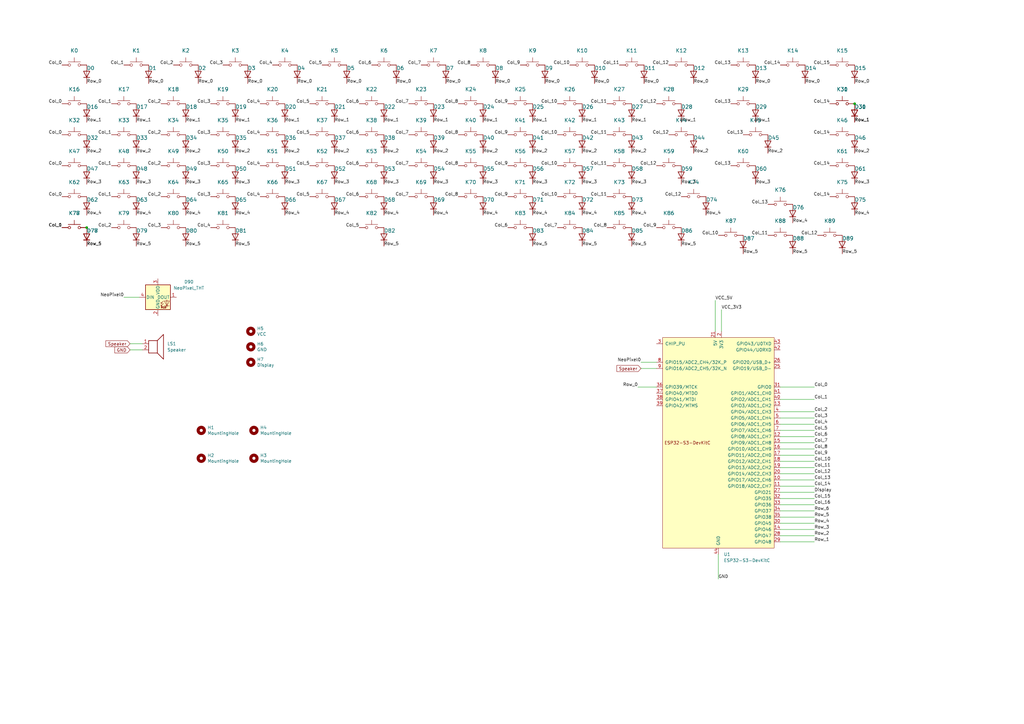
<source format=kicad_sch>
(kicad_sch (version 20231120) (generator "eeschema") (generator_version "8.0")
  (paper "A3")
  (title_block (title "KeebUno") (date "2024-09-21") (rev "0") (company "PsychoDuck") (comment 1 "Author: Gabiii"))
  (junction (at 350.52 42.545))
  (junction (at 35.56 93.345))
  (wire (pts (xy 295.91 127) (xy 295.91 135.89)))
  (wire (pts (xy 320.04 186.69) (xy 334.01 186.69)))
  (wire (pts (xy 320.04 222.25) (xy 334.01 222.25)))
  (wire (pts (xy 320.04 194.31) (xy 334.01 194.31)))
  (wire (pts (xy 320.04 199.39) (xy 334.01 199.39)))
  (wire (pts (xy 320.04 171.45) (xy 334.01 171.45)))
  (wire (pts (xy 261.62 158.75) (xy 269.24 158.75)))
  (wire (pts (xy 320.04 158.75) (xy 334.01 158.75)))
  (wire (pts (xy 320.04 184.15) (xy 334.01 184.15)))
  (wire (pts (xy 320.04 181.61) (xy 334.01 181.61)))
  (wire (pts (xy 320.04 219.71) (xy 334.01 219.71)))
  (wire (pts (xy 320.04 209.55) (xy 334.01 209.55)))
  (wire (pts (xy 320.04 179.07) (xy 334.01 179.07)))
  (wire (pts (xy 320.04 212.09) (xy 334.01 212.09)))
  (wire (pts (xy 53.34 140.97) (xy 58.42 140.97)))
  (wire (pts (xy 294.64 227.33) (xy 294.64 237.49)))
  (wire (pts (xy 320.04 214.63) (xy 334.01 214.63)))
  (wire (pts (xy 334.01 207.01) (xy 320.04 207.01)))
  (wire (pts (xy 320.04 196.85) (xy 334.01 196.85)))
  (wire (pts (xy 262.89 148.59) (xy 269.24 148.59)))
  (wire (pts (xy 320.04 173.99) (xy 334.01 173.99)))
  (wire (pts (xy 320.04 217.17) (xy 334.01 217.17)))
  (wire (pts (xy 320.04 176.53) (xy 334.01 176.53)))
  (wire (pts (xy 320.04 204.47) (xy 334.01 204.47)))
  (wire (pts (xy 320.04 201.93) (xy 334.01 201.93)))
  (wire (pts (xy 293.37 123.19) (xy 293.37 135.89)))
  (wire (pts (xy 320.04 191.77) (xy 334.01 191.77)))
  (wire (pts (xy 320.04 189.23) (xy 334.01 189.23)))
  (wire (pts (xy 320.04 163.83) (xy 334.01 163.83)))
  (wire (pts (xy 262.89 151.13) (xy 269.24 151.13)))
  (wire (pts (xy 50.8 121.92) (xy 57.15 121.92)))
  (wire (pts (xy 320.04 168.91) (xy 334.01 168.91)))
  (wire (pts (xy 53.34 143.51) (xy 58.42 143.51)))
  (label "Row_3" (at 218.44 75.565 0))
  (label "Col_11" (at 248.92 80.645 180))
  (label "Row_3" (at 116.84 75.565 0))
  (label "Col_6" (at 147.32 80.645 180))
  (label "Row_3" (at 198.12 75.565 0))
  (label "Row_6" (at 334.01 209.55 0))
  (label "Col_10" (at 334.01 189.23 0))
  (label "Display" (at 334.01 201.93 0))
  (label "Row_3" (at 177.8 75.565 0))
  (label "Col_0" (at 25.4 55.245 180))
  (label "Col_8" (at 187.96 55.245 180))
  (label "Col_12" (at 279.4 80.645 180))
  (label "Col_3" (at 334.01 171.45 0))
  (label "Col_0" (at 334.01 158.75 0))
  (label "Row_2" (at 116.84 62.865 0))
  (label "Row_5" (at 259.08 100.965 0))
  (label "Col_3" (at 86.36 67.945 180))
  (label "Row_1" (at 218.44 50.165 0))
  (label "Row_1" (at 55.88 50.165 0))
  (label "Col_11" (at 334.01 191.77 0))
  (label "Row_5" (at 238.76 100.965 0))
  (label "Row_4" (at 218.44 88.265 0))
  (label "Col_7" (at 167.64 42.545 180))
  (label "Row_4" (at 157.48 88.265 0))
  (label "Col_16" (at 334.01 207.01 0))
  (label "Row_1" (at 350.52 50.165 0))
  (label "Col_5" (at 334.01 176.53 0))
  (label "Col_14" (at 340.36 67.945 180))
  (label "Col_14" (at 340.36 55.245 180))
  (label "Col_1" (at 50.8 26.67 180))
  (label "Col_1" (at 45.72 55.245 180))
  (label "Row_5" (at 325.12 104.14 0))
  (label "Row_4" (at 198.12 88.265 0))
  (label "Col_5" (at 132.08 26.67 180))
  (label "Row_3" (at 157.48 75.565 0))
  (label "Col_13" (at 334.01 196.85 0))
  (label "Col_13" (at 299.72 67.945 180))
  (label "Row_2" (at 55.88 62.865 0))
  (label "Row_0" (at 350.52 34.29 0))
  (label "Row_0" (at 81.28 34.29 0))
  (label "Col_10" (at 228.6 80.645 180))
  (label "Row_0" (at 330.2 34.29 0))
  (label "Col_14" (at 334.01 199.39 0))
  (label "Row_1" (at 35.56 50.165 0))
  (label "Row_3" (at 350.52 75.565 0))
  (label "Col_4" (at 106.68 55.245 180))
  (label "Row_4" (at 116.84 88.265 0))
  (label "Col_9" (at 208.28 80.645 180))
  (label "Col_5" (at 147.32 93.345 180))
  (label "Row_0" (at 121.92 34.29 0))
  (label "Row_5" (at 96.52 100.965 0))
  (label "Row_4" (at 259.08 88.265 0))
  (label "Col_4" (at 334.01 173.99 0))
  (label "Row_4" (at 35.56 88.265 0))
  (label "Col_14" (at 340.36 80.645 180))
  (label "Row_0" (at 243.84 34.29 0))
  (label "Col_10" (at 228.6 42.545 180))
  (label "Col_13" (at 299.72 26.67 180))
  (label "Col_11" (at 248.92 67.945 180))
  (label "Col_2" (at 66.04 67.945 180))
  (label "Col_13" (at 314.96 83.82 180))
  (label "GND" (at 294.64 237.49 0))
  (label "Row_2" (at 238.76 62.865 0))
  (label "Col_4" (at 106.68 42.545 180))
  (label "Col_7" (at 172.72 26.67 180))
  (label "Col_7" (at 167.64 55.245 180))
  (label "Row_2" (at 35.56 62.865 0))
  (label "Row_0" (at 162.56 34.29 0))
  (label "Row_1" (at 177.8 50.165 0))
  (label "Row_1" (at 279.4 50.165 0))
  (label "Col_10" (at 228.6 55.245 180))
  (label "Row_2" (at 259.08 62.865 0))
  (label "Col_6" (at 147.32 55.245 180))
  (label "Row_5" (at 334.01 212.09 0))
  (label "Row_3" (at 334.01 217.17 0))
  (label "Col_12" (at 335.28 96.52 180))
  (label "Row_1" (at 76.2 50.165 0))
  (label "Row_2" (at 350.52 62.865 0))
  (label "Row_0" (at 101.6 34.29 0))
  (label "Row_5" (at 304.8 104.14 0))
  (label "Row_3" (at 96.52 75.565 0))
  (label "Row_3" (at 35.56 75.565 0))
  (label "Col_5" (at 127 55.245 180))
  (label "Row_4" (at 350.52 88.265 0))
  (label "Col_8" (at 187.96 80.645 180))
  (label "Col_11" (at 314.96 96.52 180))
  (label "Row_5" (at 55.88 100.965 0))
  (label "Col_10" (at 233.68 26.67 180))
  (label "Row_4" (at 238.76 88.265 0))
  (label "Row_3" (at 137.16 75.565 0))
  (label "Col_5" (at 127 80.645 180))
  (label "Row_1" (at 309.88 50.165 0))
  (label "Col_4" (at 106.68 67.945 180))
  (label "Col_10" (at 228.6 67.945 180))
  (label "Row_4" (at 55.88 88.265 0))
  (label "Col_8" (at 334.01 184.15 0))
  (label "Col_9" (at 208.28 42.545 180))
  (label "Row_1" (at 157.48 50.165 0))
  (label "Col_15" (at 340.36 26.67 180))
  (label "Col_4" (at 111.76 26.67 180))
  (label "Row_0" (at 264.16 34.29 0))
  (label "Col_2" (at 71.12 26.67 180))
  (label "Row_5" (at 218.44 100.965 0))
  (label "NeoPixel0" (at 262.89 148.59 180))
  (label "Col_1" (at 25.4 93.345 180))
  (label "Col_9" (at 208.28 55.245 180))
  (label "Row_3" (at 55.88 75.565 0))
  (label "Row_5" (at 279.4 100.965 0))
  (label "Row_1" (at 259.08 50.165 0))
  (label "Row_2" (at 284.48 62.865 0))
  (label "Col_6" (at 334.01 179.07 0))
  (label "Col_4" (at 86.36 93.345 180))
  (label "Col_12" (at 269.24 67.945 180))
  (label "Row_1" (at 116.84 50.165 0))
  (label "Col_7" (at 167.64 67.945 180))
  (label "Row_0" (at 203.2 34.29 0))
  (label "Col_2" (at 66.04 42.545 180))
  (label "Col_8" (at 193.04 26.67 180))
  (label "VCC_3V3" (at 295.91 127 0))
  (label "Col_13" (at 304.8 55.245 180))
  (label "Row_1" (at 96.52 50.165 0))
  (label "Row_1" (at 350.52 50.165 0))
  (label "Row_1" (at 137.16 50.165 0))
  (label "Col_1" (at 45.72 80.645 180))
  (label "Col_12" (at 334.01 194.31 0))
  (label "Row_0" (at 35.56 34.29 0))
  (label "Row_3" (at 76.2 75.565 0))
  (label "Row_0" (at 261.62 158.75 180))
  (label "Col_7" (at 228.6 93.345 180))
  (label "Col_8" (at 187.96 42.545 180))
  (label "Col_0" (at 25.4 42.545 180))
  (label "Col_8" (at 187.96 67.945 180))
  (label "Col_3" (at 86.36 42.545 180))
  (label "Col_5" (at 127 67.945 180))
  (label "Col_10" (at 294.64 96.52 180))
  (label "Col_3" (at 86.36 55.245 180))
  (label "Row_3" (at 279.4 75.565 0))
  (label "Col_1" (at 45.72 42.545 180))
  (label "NeoPixel0" (at 50.8 121.92 180))
  (label "Col_6" (at 208.28 93.345 180))
  (label "Row_4" (at 289.56 88.265 0))
  (label "Col_4" (at 106.68 80.645 180))
  (label "Row_5" (at 157.48 100.965 0))
  (label "Col_3" (at 91.44 26.67 180))
  (label "Row_1" (at 238.76 50.165 0))
  (label "Col_11" (at 254 26.67 180))
  (label "Col_9" (at 208.28 67.945 180))
  (label "Col_1" (at 334.01 163.83 0))
  (label "Row_5" (at 76.2 100.965 0))
  (label "Row_0" (at 60.96 34.29 0))
  (label "Row_5" (at 345.44 104.14 0))
  (label "VCC_5V" (at 293.37 123.19 0))
  (label "Col_8" (at 248.92 93.345 180))
  (label "Row_0" (at 142.24 34.29 0))
  (label "Col_7" (at 334.01 181.61 0))
  (label "Col_2" (at 66.04 55.245 180))
  (label "Col_5" (at 127 42.545 180))
  (label "Col_6" (at 147.32 67.945 180))
  (label "Col_9" (at 213.36 26.67 180))
  (label "Col_13" (at 299.72 42.545 180))
  (label "Row_1" (at 334.01 222.25 0))
  (label "Row_4" (at 137.16 88.265 0))
  (label "Row_0" (at 223.52 34.29 0))
  (label "Row_3" (at 259.08 75.565 0))
  (label "Row_5" (at 35.56 100.965 0))
  (label "Col_3" (at 86.36 80.645 180))
  (label "Col_3" (at 66.04 93.345 180))
  (label "Col_0" (at 25.4 93.345 180))
  (label "Col_9" (at 269.24 93.345 180))
  (label "Row_2" (at 314.96 62.865 0))
  (label "Col_0" (at 25.4 67.945 180))
  (label "Row_2" (at 198.12 62.865 0))
  (label "Col_2" (at 334.01 168.91 0))
  (label "Row_3" (at 309.88 75.565 0))
  (label "Row_5" (at 35.56 100.965 0))
  (label "Col_15" (at 334.01 204.47 0))
  (label "Row_4" (at 177.8 88.265 0))
  (label "Row_2" (at 137.16 62.865 0))
  (label "Col_2" (at 66.04 80.645 180))
  (label "Col_2" (at 45.72 93.345 180))
  (label "Row_0" (at 182.88 34.29 0))
  (label "Row_4" (at 76.2 88.265 0))
  (label "Col_6" (at 152.4 26.67 180))
  (label "Col_12" (at 274.32 55.245 180))
  (label "Row_0" (at 284.48 34.29 0))
  (label "Row_1" (at 198.12 50.165 0))
  (label "Row_2" (at 157.48 62.865 0))
  (label "Col_14" (at 320.04 26.67 180))
  (label "Row_2" (at 218.44 62.865 0))
  (label "Col_9" (at 334.01 186.69 0))
  (label "Row_3" (at 238.76 75.565 0))
  (label "Row_4" (at 334.01 214.63 0))
  (label "Col_7" (at 167.64 80.645 180))
  (label "Row_0" (at 309.88 34.29 0))
  (label "Col_11" (at 248.92 42.545 180))
  (label "Row_4" (at 96.52 88.265 0))
  (label "Col_14" (at 340.36 42.545 180))
  (label "Col_12" (at 274.32 26.67 180))
  (label "Row_2" (at 334.01 219.71 0))
  (label "Row_4" (at 325.12 91.44 0))
  (label "Row_2" (at 76.2 62.865 0))
  (label "Col_12" (at 269.24 42.545 180))
  (label "Col_1" (at 45.72 67.945 180))
  (label "Col_0" (at 25.4 26.67 180))
  (label "Col_6" (at 147.32 42.545 180))
  (label "Row_2" (at 177.8 62.865 0))
  (label "Col_0" (at 25.4 80.645 180))
  (label "Col_11" (at 248.92 55.245 180))
  (label "Row_2" (at 96.52 62.865 0))
  (global_label "Speaker" (shape input) (at 53.34 140.97 180) (property "Intersheetrefs" "${INTERSHEET_REFS}" (effects (hide yes))))
  (global_label "Speaker" (shape input) (at 262.89 151.13 180) (property "Intersheetrefs" "${INTERSHEET_REFS}" (effects (hide yes))))
  (global_label "GND" (shape input) (at 53.34 143.51 180) (property "Intersheetrefs" "${INTERSHEET_REFS}" (effects (hide yes))))
  (symbol (lib_id "Mechanical:MountingHole") (at 82.55 187.96 0) (unit 1)
    (property "Reference" "H2" (at 85.09 186.7916 0) (effects (justify left)))
    (property "Value" "MountingHole" (at 85.09 189.103 0) (effects (justify left)))
    (property "Footprint" "MountingHole:MountingHole_3.2mm_M3_DIN965" (effects (hide yes)))
  )
  (symbol (lib_id "Mechanical:MountingHole") (at 82.55 176.53 0) (unit 1)
    (property "Reference" "H1" (at 85.09 175.3616 0) (effects (justify left)))
    (property "Value" "MountingHole" (at 85.09 177.673 0) (effects (justify left)))
    (property "Footprint" "MountingHole:MountingHole_3.2mm_M3_DIN965" (effects (hide yes)))
  )
  (symbol (lib_id "Mechanical:MountingHole") (at 104.14 176.53 0) (unit 1)
    (property "Reference" "H4" (at 106.68 175.3616 0) (effects (justify left)))
    (property "Value" "MountingHole" (at 106.68 177.673 0) (effects (justify left)))
    (property "Footprint" "MountingHole:MountingHole_3.2mm_M3_DIN965" (effects (hide yes)))
  )
  (symbol (lib_id "Mechanical:MountingHole") (at 104.14 187.96 0) (unit 1)
    (property "Reference" "H3" (at 106.68 186.7916 0) (effects (justify left)))
    (property "Value" "MountingHole" (at 106.68 189.103 0) (effects (justify left)))
    (property "Footprint" "MountingHole:MountingHole_3.2mm_M3_DIN965" (effects (hide yes)))
  )
  (symbol (lib_id "Switch:SW_Push") (at 213.36 80.645 0) (unit 1)
    (property "Reference" "K71" (at 213.36 74.7268 0) (effects (font (size 1.524 1.524))))
    (property "Value" ":,." (effects (hide yes)))
    (property "Footprint" "Button_Switch_Keyboard:SW_Cherry_MX_1.00u_PCB" (effects (hide yes)))
  )
  (symbol (lib_id "Device:D") (at 35.56 71.755 90) (unit 1)
    (property "Reference" "D47" (at 35.56 69.215 90) (effects (font (size 1.524 1.524)) (justify right)))
    (property "Value" "D" (effects (hide yes)))
    (property "Footprint" "Diode_SMD:D_0805_2012Metric_Pad1.15x1.40mm_HandSolder" (effects (hide yes)))
  )
  (symbol (lib_id "Device:D") (at 35.56 30.48 90) (unit 1)
    (property "Reference" "D0" (at 35.56 27.94 90) (effects (font (size 1.524 1.524)) (justify right)))
    (property "Value" "D" (effects (hide yes)))
    (property "Footprint" "Diode_SMD:D_0805_2012Metric_Pad1.15x1.40mm_HandSolder" (effects (hide yes)))
  )
  (symbol (lib_id "Device:D") (at 76.2 46.355 90) (unit 1)
    (property "Reference" "D18" (at 76.2 43.815 90) (effects (font (size 1.524 1.524)) (justify right)))
    (property "Value" "D" (effects (hide yes)))
    (property "Footprint" "Diode_SMD:D_0805_2012Metric_Pad1.15x1.40mm_HandSolder" (effects (hide yes)))
  )
  (symbol (lib_id "Device:D") (at 309.88 71.755 90) (unit 1)
    (property "Reference" "D60" (at 309.88 69.215 90) (effects (font (size 1.524 1.524)) (justify right)))
    (property "Value" "D" (effects (hide yes)))
    (property "Footprint" "Diode_SMD:D_0805_2012Metric_Pad1.15x1.40mm_HandSolder" (effects (hide yes)))
  )
  (symbol (lib_id "Switch:SW_Push") (at 233.68 80.645 0) (unit 1)
    (property "Reference" "K72" (at 233.68 74.7268 0) (effects (font (size 1.524 1.524))))
    (property "Value" "-,_" (effects (hide yes)))
    (property "Footprint" "Button_Switch_Keyboard:SW_Cherry_MX_1.00u_PCB" (effects (hide yes)))
  )
  (symbol (lib_id "Switch:SW_Push") (at 254 67.945 0) (unit 1)
    (property "Reference" "K58" (at 254 62.0268 0) (effects (font (size 1.524 1.524))))
    (property "Value" "ª,º" (effects (hide yes)))
    (property "Footprint" "Button_Switch_Keyboard:SW_Cherry_MX_1.00u_PCB" (effects (hide yes)))
  )
  (symbol (lib_id "Device:D") (at 177.8 84.455 90) (unit 1)
    (property "Reference" "D69" (at 177.8 81.915 90) (effects (font (size 1.524 1.524)) (justify right)))
    (property "Value" "D" (effects (hide yes)))
    (property "Footprint" "Diode_SMD:D_0805_2012Metric_Pad1.15x1.40mm_HandSolder" (effects (hide yes)))
  )
  (symbol (lib_id "Switch:SW_Push") (at 30.48 93.345 0) (unit 1)
    (property "Reference" "K77" (at 30.48 87.4268 0) (effects (font (size 1.524 1.524))))
    (property "Value" "Blank" (effects (hide yes)))
    (property "Footprint" "Button_Switch_Keyboard:SW_Cherry_MX_1.00u_PCB" (effects (hide yes)))
  )
  (symbol (lib_id "Switch:SW_Push") (at 345.44 80.645 0) (unit 1)
    (property "Reference" "K75" (at 345.44 74.7268 0) (effects (font (size 1.524 1.524))))
    (property "Value" "END" (effects (hide yes)))
    (property "Footprint" "Button_Switch_Keyboard:SW_Cherry_MX_1.00u_PCB" (effects (hide yes)))
  )
  (symbol (lib_id "Switch:SW_Push") (at 340.36 96.52 0) (unit 1)
    (property "Reference" "K89" (at 340.36 90.6018 0) (effects (font (size 1.524 1.524))))
    (property "Value" ">" (effects (hide yes)))
    (property "Footprint" "Button_Switch_Keyboard:SW_Cherry_MX_1.00u_PCB" (effects (hide yes)))
  )
  (symbol (lib_id "Device:D") (at 325.12 87.63 90) (unit 1)
    (property "Reference" "D76" (at 325.12 85.09 90) (effects (font (size 1.524 1.524)) (justify right)))
    (property "Value" "D" (effects (hide yes)))
    (property "Footprint" "Diode_SMD:D_0805_2012Metric_Pad1.15x1.40mm_HandSolder" (effects (hide yes)))
  )
  (symbol (lib_id "Switch:SW_Push") (at 238.76 26.67 0) (unit 1)
    (property "Reference" "K10" (at 238.76 20.7518 0) (effects (font (size 1.524 1.524))))
    (property "Value" "F10" (effects (hide yes)))
    (property "Footprint" "Button_Switch_Keyboard:SW_Cherry_MX_1.00u_PCB" (effects (hide yes)))
  )
  (symbol (lib_id "Device:D") (at 35.56 59.055 90) (unit 1)
    (property "Reference" "D32" (at 35.56 56.515 90) (effects (font (size 1.524 1.524)) (justify right)))
    (property "Value" "D" (effects (hide yes)))
    (property "Footprint" "Diode_SMD:D_0805_2012Metric_Pad1.15x1.40mm_HandSolder" (effects (hide yes)))
  )
  (symbol (lib_id "Device:D") (at 101.6 30.48 90) (unit 1)
    (property "Reference" "D3" (at 101.6 27.94 90) (effects (font (size 1.524 1.524)) (justify right)))
    (property "Value" "D" (effects (hide yes)))
    (property "Footprint" "Diode_SMD:D_0805_2012Metric_Pad1.15x1.40mm_HandSolder" (effects (hide yes)))
  )
  (symbol (lib_id "Device:D") (at 116.84 59.055 90) (unit 1)
    (property "Reference" "D36" (at 116.84 56.515 90) (effects (font (size 1.524 1.524)) (justify right)))
    (property "Value" "D" (effects (hide yes)))
    (property "Footprint" "Diode_SMD:D_0805_2012Metric_Pad1.15x1.40mm_HandSolder" (effects (hide yes)))
  )
  (symbol (lib_id "Switch:SW_Push") (at 30.48 26.67 0) (unit 1)
    (property "Reference" "K0" (at 30.48 20.7518 0) (effects (font (size 1.524 1.524))))
    (property "Value" "ESC" (effects (hide yes)))
    (property "Footprint" "Button_Switch_Keyboard:SW_Cherry_MX_1.00u_PCB" (effects (hide yes)))
  )
  (symbol (lib_id "Device:D") (at 76.2 71.755 90) (unit 1)
    (property "Reference" "D49" (at 76.2 69.215 90) (effects (font (size 1.524 1.524)) (justify right)))
    (property "Value" "D" (effects (hide yes)))
    (property "Footprint" "Diode_SMD:D_0805_2012Metric_Pad1.15x1.40mm_HandSolder" (effects (hide yes)))
  )
  (symbol (lib_id "Device:D") (at 76.2 84.455 90) (unit 1)
    (property "Reference" "D64" (at 76.2 81.915 90) (effects (font (size 1.524 1.524)) (justify right)))
    (property "Value" "D" (effects (hide yes)))
    (property "Footprint" "Diode_SMD:D_0805_2012Metric_Pad1.15x1.40mm_HandSolder" (effects (hide yes)))
  )
  (symbol (lib_id "Device:D") (at 284.48 30.48 90) (unit 1)
    (property "Reference" "D12" (at 284.48 27.94 90) (effects (font (size 1.524 1.524)) (justify right)))
    (property "Value" "D" (effects (hide yes)))
    (property "Footprint" "Diode_SMD:D_0805_2012Metric_Pad1.15x1.40mm_HandSolder" (effects (hide yes)))
  )
  (symbol (lib_id "Switch:SW_Push") (at 172.72 67.945 0) (unit 1)
    (property "Reference" "K54" (at 172.72 62.0268 0) (effects (font (size 1.524 1.524))))
    (property "Value" "J" (effects (hide yes)))
    (property "Footprint" "Button_Switch_Keyboard:SW_Cherry_MX_1.00u_PCB" (effects (hide yes)))
  )
  (symbol (lib_id "Device:D") (at 157.48 84.455 90) (unit 1)
    (property "Reference" "D68" (at 157.48 81.915 90) (effects (font (size 1.524 1.524)) (justify right)))
    (property "Value" "D" (effects (hide yes)))
    (property "Footprint" "Diode_SMD:D_0805_2012Metric_Pad1.15x1.40mm_HandSolder" (effects (hide yes)))
  )
  (symbol (lib_id "Switch:SW_Push") (at 71.12 42.545 0) (unit 1)
    (property "Reference" "K18" (at 71.12 36.6268 0) (effects (font (size 1.524 1.524))))
    (property "Value" "\",@,,,,,,,,2" (effects (hide yes)))
    (property "Footprint" "Button_Switch_Keyboard:SW_Cherry_MX_1.00u_PCB" (effects (hide yes)))
  )
  (symbol (lib_id "Switch:SW_Push") (at 193.04 55.245 0) (unit 1)
    (property "Reference" "K40" (at 193.04 49.3268 0) (effects (font (size 1.524 1.524))))
    (property "Value" "I" (effects (hide yes)))
    (property "Footprint" "Button_Switch_Keyboard:SW_Cherry_MX_1.00u_PCB" (effects (hide yes)))
  )
  (symbol (lib_id "Device:D") (at 238.76 71.755 90) (unit 1)
    (property "Reference" "D57" (at 238.76 69.215 90) (effects (font (size 1.524 1.524)) (justify right)))
    (property "Value" "D" (effects (hide yes)))
    (property "Footprint" "Diode_SMD:D_0805_2012Metric_Pad1.15x1.40mm_HandSolder" (effects (hide yes)))
  )
  (symbol (lib_id "Switch:SW_Push") (at 309.88 55.245 0) (unit 1)
    (property "Reference" "K45" (at 309.88 49.3268 0) (effects (font (size 1.524 1.524))))
    (property "Value" "|,\\" (effects (hide yes)))
    (property "Footprint" "Button_Switch_Keyboard:SW_Cherry_MX_1.50u_PCB" (effects (hide yes)))
  )
  (symbol (lib_id "Device:D") (at 284.48 59.055 90) (unit 1)
    (property "Reference" "D44" (at 284.48 56.515 90) (effects (font (size 1.524 1.524)) (justify right)))
    (property "Value" "D" (effects (hide yes)))
    (property "Footprint" "Diode_SMD:D_0805_2012Metric_Pad1.15x1.40mm_HandSolder" (effects (hide yes)))
  )
  (symbol (lib_id "Switch:SW_Push") (at 132.08 67.945 0) (unit 1)
    (property "Reference" "K52" (at 132.08 62.0268 0) (effects (font (size 1.524 1.524))))
    (property "Value" "G" (effects (hide yes)))
    (property "Footprint" "Button_Switch_Keyboard:SW_Cherry_MX_1.00u_PCB" (effects (hide yes)))
  )
  (symbol (lib_id "Switch:SW_Push") (at 137.16 26.67 0) (unit 1)
    (property "Reference" "K5" (at 137.16 20.7518 0) (effects (font (size 1.524 1.524))))
    (property "Value" "F5" (effects (hide yes)))
    (property "Footprint" "Button_Switch_Keyboard:SW_Cherry_MX_1.00u_PCB" (effects (hide yes)))
  )
  (symbol (lib_id "Device:D") (at 203.2 30.48 90) (unit 1)
    (property "Reference" "D8" (at 203.2 27.94 90) (effects (font (size 1.524 1.524)) (justify right)))
    (property "Value" "D" (effects (hide yes)))
    (property "Footprint" "Diode_SMD:D_0805_2012Metric_Pad1.15x1.40mm_HandSolder" (effects (hide yes)))
  )
  (symbol (lib_id "Device:D") (at 55.88 71.755 90) (unit 1)
    (property "Reference" "D48" (at 55.88 69.215 90) (effects (font (size 1.524 1.524)) (justify right)))
    (property "Value" "D" (effects (hide yes)))
    (property "Footprint" "Diode_SMD:D_0805_2012Metric_Pad1.15x1.40mm_HandSolder" (effects (hide yes)))
  )
  (symbol (lib_id "Switch:SW_Push") (at 274.32 42.545 0) (unit 1)
    (property "Reference" "K28" (at 274.32 36.6268 0) (effects (font (size 1.524 1.524))))
    (property "Value" "»,«" (effects (hide yes)))
    (property "Footprint" "Button_Switch_Keyboard:SW_Cherry_MX_1.00u_PCB" (effects (hide yes)))
  )
  (symbol (lib_id "Switch:SW_Push") (at 274.32 67.945 0) (unit 1)
    (property "Reference" "K59" (at 274.32 62.0268 0) (effects (font (size 1.524 1.524))))
    (property "Value" "^,~~" (effects (hide yes)))
    (property "Footprint" "Button_Switch_Keyboard:SW_Cherry_MX_1.00u_PCB" (effects (hide yes)))
  )
  (symbol (lib_id "Device:D") (at 198.12 71.755 90) (unit 1)
    (property "Reference" "D55" (at 198.12 69.215 90) (effects (font (size 1.524 1.524)) (justify right)))
    (property "Value" "D" (effects (hide yes)))
    (property "Footprint" "Diode_SMD:D_0805_2012Metric_Pad1.15x1.40mm_HandSolder" (effects (hide yes)))
  )
  (symbol (lib_id "Switch:SW_Push") (at 111.76 42.545 0) (unit 1)
    (property "Reference" "K20" (at 111.76 36.6268 0) (effects (font (size 1.524 1.524))))
    (property "Value" "$,§,,,,,,,,4" (effects (hide yes)))
    (property "Footprint" "Button_Switch_Keyboard:SW_Cherry_MX_1.00u_PCB" (effects (hide yes)))
  )
  (symbol (lib_id "Device:D") (at 35.56 84.455 90) (unit 1)
    (property "Reference" "D62" (at 35.56 81.915 90) (effects (font (size 1.524 1.524)) (justify right)))
    (property "Value" "D" (effects (hide yes)))
    (property "Footprint" "Diode_SMD:D_0805_2012Metric_Pad1.15x1.40mm_HandSolder" (effects (hide yes)))
  )
  (symbol (lib_id "Switch:SW_Push") (at 152.4 42.545 0) (unit 1)
    (property "Reference" "K22" (at 152.4 36.6268 0) (effects (font (size 1.524 1.524))))
    (property "Value" "&,,,,,,,,,6" (effects (hide yes)))
    (property "Footprint" "Button_Switch_Keyboard:SW_Cherry_MX_1.00u_PCB" (effects (hide yes)))
  )
  (symbol (lib_id "Device:D") (at 243.84 30.48 90) (unit 1)
    (property "Reference" "D10" (at 243.84 27.94 90) (effects (font (size 1.524 1.524)) (justify right)))
    (property "Value" "D" (effects (hide yes)))
    (property "Footprint" "Diode_SMD:D_0805_2012Metric_Pad1.15x1.40mm_HandSolder" (effects (hide yes)))
  )
  (symbol (lib_id "Switch:SW_Push") (at 152.4 93.345 0) (unit 1)
    (property "Reference" "K82" (at 152.4 87.4268 0) (effects (font (size 1.524 1.524))))
    (property "Value" "Blank" (effects (hide yes)))
    (property "Footprint" "Button_Switch_Keyboard:SW_Cherry_MX_2.75u_PCB" (effects (hide yes)))
  )
  (symbol (lib_id "Switch:SW_Push") (at 71.12 55.245 0) (unit 1)
    (property "Reference" "K34" (at 71.12 49.3268 0) (effects (font (size 1.524 1.524))))
    (property "Value" "W" (effects (hide yes)))
    (property "Footprint" "Button_Switch_Keyboard:SW_Cherry_MX_1.00u_PCB" (effects (hide yes)))
  )
  (symbol (lib_id "Device:D") (at 177.8 46.355 90) (unit 1)
    (property "Reference" "D23" (at 177.8 43.815 90) (effects (font (size 1.524 1.524)) (justify right)))
    (property "Value" "D" (effects (hide yes)))
    (property "Footprint" "Diode_SMD:D_0805_2012Metric_Pad1.15x1.40mm_HandSolder" (effects (hide yes)))
  )
  (symbol (lib_id "Switch:SW_Push") (at 193.04 67.945 0) (unit 1)
    (property "Reference" "K55" (at 193.04 62.0268 0) (effects (font (size 1.524 1.524))))
    (property "Value" "K" (effects (hide yes)))
    (property "Footprint" "Button_Switch_Keyboard:SW_Cherry_MX_1.00u_PCB" (effects (hide yes)))
  )
  (symbol (lib_id "Switch:SW_Push") (at 76.2 26.67 0) (unit 1)
    (property "Reference" "K2" (at 76.2 20.7518 0) (effects (font (size 1.524 1.524))))
    (property "Value" "F2" (effects (hide yes)))
    (property "Footprint" "Button_Switch_Keyboard:SW_Cherry_MX_1.00u_PCB" (effects (hide yes)))
  )
  (symbol (lib_id "Device:D") (at 238.76 46.355 90) (unit 1)
    (property "Reference" "D26" (at 238.76 43.815 90) (effects (font (size 1.524 1.524)) (justify right)))
    (property "Value" "D" (effects (hide yes)))
    (property "Footprint" "Diode_SMD:D_0805_2012Metric_Pad1.15x1.40mm_HandSolder" (effects (hide yes)))
  )
  (symbol (lib_id "Device:D") (at 350.52 71.755 90) (unit 1)
    (property "Reference" "D61" (at 350.52 69.215 90) (effects (font (size 1.524 1.524)) (justify right)))
    (property "Value" "D" (effects (hide yes)))
    (property "Footprint" "Diode_SMD:D_0805_2012Metric_Pad1.15x1.40mm_HandSolder" (effects (hide yes)))
  )
  (symbol (lib_id "Mechanical:MountingHole") (at 102.87 135.89 0) (unit 1)
    (property "Reference" "H5" (at 105.41 134.7216 0) (effects (justify left)))
    (property "Value" "VCC" (at 105.41 137.033 0) (effects (justify left)))
    (property "Footprint" "MountingHole:MountingHole_3.2mm_M3_DIN965" (effects (hide yes)))
  )
  (symbol (lib_id "Device:D") (at 55.88 59.055 90) (unit 1)
    (property "Reference" "D33" (at 55.88 56.515 90) (effects (font (size 1.524 1.524)) (justify right)))
    (property "Value" "D" (effects (hide yes)))
    (property "Footprint" "Diode_SMD:D_0805_2012Metric_Pad1.15x1.40mm_HandSolder" (effects (hide yes)))
  )
  (symbol (lib_id "Switch:SW_Push") (at 96.52 26.67 0) (unit 1)
    (property "Reference" "K3" (at 96.52 20.7518 0) (effects (font (size 1.524 1.524))))
    (property "Value" "F3" (effects (hide yes)))
    (property "Footprint" "Button_Switch_Keyboard:SW_Cherry_MX_1.00u_PCB" (effects (hide yes)))
  )
  (symbol (lib_id "Device:D") (at 314.96 59.055 90) (unit 1)
    (property "Reference" "D45" (at 314.96 56.515 90) (effects (font (size 1.524 1.524)) (justify right)))
    (property "Value" "D" (effects (hide yes)))
    (property "Footprint" "Diode_SMD:D_0805_2012Metric_Pad1.15x1.40mm_HandSolder" (effects (hide yes)))
  )
  (symbol (lib_id "Switch:SW_Push") (at 30.48 93.345 0) (unit 1)
    (property "Reference" "K78" (at 30.48 87.4268 0) (effects (font (size 1.524 1.524))))
    (property "Value" "CTRL" (effects (hide yes)))
    (property "Footprint" "Button_Switch_Keyboard:SW_Cherry_MX_1.00u_PCB" (effects (hide yes)))
  )
  (symbol (lib_id "Device:D") (at 162.56 30.48 90) (unit 1)
    (property "Reference" "D6" (at 162.56 27.94 90) (effects (font (size 1.524 1.524)) (justify right)))
    (property "Value" "D" (effects (hide yes)))
    (property "Footprint" "Diode_SMD:D_0805_2012Metric_Pad1.15x1.40mm_HandSolder" (effects (hide yes)))
  )
  (symbol (lib_id "Switch:SW_Push") (at 50.8 93.345 0) (unit 1)
    (property "Reference" "K79" (at 50.8 87.4268 0) (effects (font (size 1.524 1.524))))
    (property "Value" "SUPER" (effects (hide yes)))
    (property "Footprint" "Button_Switch_Keyboard:SW_Cherry_MX_1.00u_PCB" (effects (hide yes)))
  )
  (symbol (lib_id "Switch:SW_Push") (at 254 80.645 0) (unit 1)
    (property "Reference" "K73" (at 254 74.7268 0) (effects (font (size 1.524 1.524))))
    (property "Value" ">,,,,,,,,,<" (effects (hide yes)))
    (property "Footprint" "Button_Switch_Keyboard:SW_Cherry_MX_1.00u_PCB" (effects (hide yes)))
  )
  (symbol (lib_id "Switch:SW_Push") (at 71.12 93.345 0) (unit 1)
    (property "Reference" "K80" (at 71.12 87.4268 0) (effects (font (size 1.524 1.524))))
    (property "Value" "ALT" (effects (hide yes)))
    (property "Footprint" "Button_Switch_Keyboard:SW_Cherry_MX_1.00u_PCB" (effects (hide yes)))
  )
  (symbol (lib_id "Device:D") (at 350.52 59.055 90) (unit 1)
    (property "Reference" "D46" (at 350.52 56.515 90) (effects (font (size 1.524 1.524)) (justify right)))
    (property "Value" "D" (effects (hide yes)))
    (property "Footprint" "Diode_SMD:D_0805_2012Metric_Pad1.15x1.40mm_HandSolder" (effects (hide yes)))
  )
  (symbol (lib_id "Device:D") (at 35.56 97.155 90) (unit 1)
    (property "Reference" "D78" (at 35.56 94.615 90) (effects (font (size 1.524 1.524)) (justify right)))
    (property "Value" "D" (effects (hide yes)))
    (property "Footprint" "Diode_SMD:D_0805_2012Metric_Pad1.15x1.40mm_HandSolder" (effects (hide yes)))
  )
  (symbol (lib_id "Device:D") (at 264.16 30.48 90) (unit 1)
    (property "Reference" "D11" (at 264.16 27.94 90) (effects (font (size 1.524 1.524)) (justify right)))
    (property "Value" "D" (effects (hide yes)))
    (property "Footprint" "Diode_SMD:D_0805_2012Metric_Pad1.15x1.40mm_HandSolder" (effects (hide yes)))
  )
  (symbol (lib_id "Switch:SW_Push") (at 50.8 55.245 0) (unit 1)
    (property "Reference" "K33" (at 50.8 49.3268 0) (effects (font (size 1.524 1.524))))
    (property "Value" "Q" (effects (hide yes)))
    (property "Footprint" "Button_Switch_Keyboard:SW_Cherry_MX_1.00u_PCB" (effects (hide yes)))
  )
  (symbol (lib_id "Switch:SW_Push") (at 304.8 42.545 0) (unit 1)
    (property "Reference" "K29" (at 304.8 36.6268 0) (effects (font (size 1.524 1.524))))
    (property "Value" "BACKSPACE" (effects (hide yes)))
    (property "Footprint" "Button_Switch_Keyboard:SW_Cherry_MX_2.00u_PCB" (effects (hide yes)))
  )
  (symbol (lib_id "Switch:SW_Push") (at 91.44 55.245 0) (unit 1)
    (property "Reference" "K35" (at 91.44 49.3268 0) (effects (font (size 1.524 1.524))))
    (property "Value" "E" (effects (hide yes)))
    (property "Footprint" "Button_Switch_Keyboard:SW_Cherry_MX_1.00u_PCB" (effects (hide yes)))
  )
  (symbol (lib_id "Switch:SW_Push") (at 71.12 80.645 0) (unit 1)
    (property "Reference" "K64" (at 71.12 74.7268 0) (effects (font (size 1.524 1.524))))
    (property "Value" "X" (effects (hide yes)))
    (property "Footprint" "Button_Switch_Keyboard:SW_Cherry_MX_1.00u_PCB" (effects (hide yes)))
  )
  (symbol (lib_id "Switch:SW_Push") (at 213.36 42.545 0) (unit 1)
    (property "Reference" "K25" (at 213.36 36.6268 0) (effects (font (size 1.524 1.524))))
    (property "Value" "),],,,,,,,,9" (effects (hide yes)))
    (property "Footprint" "Button_Switch_Keyboard:SW_Cherry_MX_1.00u_PCB" (effects (hide yes)))
  )
  (symbol (lib_id "Switch:SW_Push") (at 213.36 55.245 0) (unit 1)
    (property "Reference" "K41" (at 213.36 49.3268 0) (effects (font (size 1.524 1.524))))
    (property "Value" "O" (effects (hide yes)))
    (property "Footprint" "Button_Switch_Keyboard:SW_Cherry_MX_1.00u_PCB" (effects (hide yes)))
  )
  (symbol (lib_id "Device:D") (at 116.84 71.755 90) (unit 1)
    (property "Reference" "D51" (at 116.84 69.215 90) (effects (font (size 1.524 1.524)) (justify right)))
    (property "Value" "D" (effects (hide yes)))
    (property "Footprint" "Diode_SMD:D_0805_2012Metric_Pad1.15x1.40mm_HandSolder" (effects (hide yes)))
  )
  (symbol (lib_id "Device:D") (at 137.16 59.055 90) (unit 1)
    (property "Reference" "D37" (at 137.16 56.515 90) (effects (font (size 1.524 1.524)) (justify right)))
    (property "Value" "D" (effects (hide yes)))
    (property "Footprint" "Diode_SMD:D_0805_2012Metric_Pad1.15x1.40mm_HandSolder" (effects (hide yes)))
  )
  (symbol (lib_id "Device:D") (at 96.52 84.455 90) (unit 1)
    (property "Reference" "D65" (at 96.52 81.915 90) (effects (font (size 1.524 1.524)) (justify right)))
    (property "Value" "D" (effects (hide yes)))
    (property "Footprint" "Diode_SMD:D_0805_2012Metric_Pad1.15x1.40mm_HandSolder" (effects (hide yes)))
  )
  (symbol (lib_id "LED:NeoPixel_THT") (at 64.77 121.92 0) (unit 1)
    (property "Reference" "D90" (at 77.47 115.6014 0))
    (property "Value" "NeoPixel_THT" (at 77.47 118.1414 0))
    (property "Datasheet" "https://www.adafruit.com/product/1938" (effects (hide yes)))
    (property "Description" "RGB LED with integrated controller, 5mm/8mm LED package" (effects (hide yes)))
  )
  (symbol (lib_id "Switch:SW_Push") (at 304.8 67.945 0) (unit 1)
    (property "Reference" "K60" (at 304.8 62.0268 0) (effects (font (size 1.524 1.524))))
    (property "Value" "ENTER" (effects (hide yes)))
    (property "Footprint" "Button_Switch_Keyboard:SW_Cherry_MX_2.00u_PCB" (effects (hide yes)))
  )
  (symbol (lib_id "Device:D") (at 325.12 100.33 90) (unit 1)
    (property "Reference" "D88" (at 325.12 97.79 90) (effects (font (size 1.524 1.524)) (justify right)))
    (property "Value" "D" (effects (hide yes)))
    (property "Footprint" "Diode_SMD:D_0805_2012Metric_Pad1.15x1.40mm_HandSolder" (effects (hide yes)))
  )
  (symbol (lib_id "Device:D") (at 223.52 30.48 90) (unit 1)
    (property "Reference" "D9" (at 223.52 27.94 90) (effects (font (size 1.524 1.524)) (justify right)))
    (property "Value" "D" (effects (hide yes)))
    (property "Footprint" "Diode_SMD:D_0805_2012Metric_Pad1.15x1.40mm_HandSolder" (effects (hide yes)))
  )
  (symbol (lib_id "Switch:SW_Push") (at 116.84 26.67 0) (unit 1)
    (property "Reference" "K4" (at 116.84 20.7518 0) (effects (font (size 1.524 1.524))))
    (property "Value" "F4" (effects (hide yes)))
    (property "Footprint" "Button_Switch_Keyboard:SW_Cherry_MX_1.00u_PCB" (effects (hide yes)))
  )
  (symbol (lib_id "Device:D") (at 182.88 30.48 90) (unit 1)
    (property "Reference" "D7" (at 182.88 27.94 90) (effects (font (size 1.524 1.524)) (justify right)))
    (property "Value" "D" (effects (hide yes)))
    (property "Footprint" "Diode_SMD:D_0805_2012Metric_Pad1.15x1.40mm_HandSolder" (effects (hide yes)))
  )
  (symbol (lib_id "Device:D") (at 259.08 71.755 90) (unit 1)
    (property "Reference" "D58" (at 259.08 69.215 90) (effects (font (size 1.524 1.524)) (justify right)))
    (property "Value" "D" (effects (hide yes)))
    (property "Footprint" "Diode_SMD:D_0805_2012Metric_Pad1.15x1.40mm_HandSolder" (effects (hide yes)))
  )
  (symbol (lib_id "Device:D") (at 137.16 84.455 90) (unit 1)
    (property "Reference" "D67" (at 137.16 81.915 90) (effects (font (size 1.524 1.524)) (justify right)))
    (property "Value" "D" (effects (hide yes)))
    (property "Footprint" "Diode_SMD:D_0805_2012Metric_Pad1.15x1.40mm_HandSolder" (effects (hide yes)))
  )
  (symbol (lib_id "Device:D") (at 218.44 46.355 90) (unit 1)
    (property "Reference" "D25" (at 218.44 43.815 90) (effects (font (size 1.524 1.524)) (justify right)))
    (property "Value" "D" (effects (hide yes)))
    (property "Footprint" "Diode_SMD:D_0805_2012Metric_Pad1.15x1.40mm_HandSolder" (effects (hide yes)))
  )
  (symbol (lib_id "Device:Speaker") (at 63.5 140.97 0) (unit 1)
    (property "Reference" "LS1" (at 68.58 140.9699 0) (effects (justify left)))
    (property "Value" "Speaker" (at 68.58 143.5099 0) (effects (justify left)))
    (property "Description" "Speaker" (effects (hide yes)))
  )
  (symbol (lib_id "Switch:SW_Push") (at 91.44 67.945 0) (unit 1)
    (property "Reference" "K50" (at 91.44 62.0268 0) (effects (font (size 1.524 1.524))))
    (property "Value" "D" (effects (hide yes)))
    (property "Footprint" "Button_Switch_Keyboard:SW_Cherry_MX_1.00u_PCB" (effects (hide yes)))
  )
  (symbol (lib_id "Device:D") (at 198.12 59.055 90) (unit 1)
    (property "Reference" "D40" (at 198.12 56.515 90) (effects (font (size 1.524 1.524)) (justify right)))
    (property "Value" "D" (effects (hide yes)))
    (property "Footprint" "Diode_SMD:D_0805_2012Metric_Pad1.15x1.40mm_HandSolder" (effects (hide yes)))
  )
  (symbol (lib_id "Switch:SW_Push") (at 254 42.545 0) (unit 1)
    (property "Reference" "K27" (at 254 36.6268 0) (effects (font (size 1.524 1.524))))
    (property "Value" "?,'" (effects (hide yes)))
    (property "Footprint" "Button_Switch_Keyboard:SW_Cherry_MX_1.00u_PCB" (effects (hide yes)))
  )
  (symbol (lib_id "Device:D") (at 35.56 97.155 90) (unit 1)
    (property "Reference" "D77" (at 35.56 94.615 90) (effects (font (size 1.524 1.524)) (justify right)))
    (property "Value" "D" (effects (hide yes)))
    (property "Footprint" "Diode_SMD:D_0805_2012Metric_Pad1.15x1.40mm_HandSolder" (effects (hide yes)))
  )
  (symbol (lib_id "Switch:SW_Push") (at 172.72 55.245 0) (unit 1)
    (property "Reference" "K39" (at 172.72 49.3268 0) (effects (font (size 1.524 1.524))))
    (property "Value" "U" (effects (hide yes)))
    (property "Footprint" "Button_Switch_Keyboard:SW_Cherry_MX_1.00u_PCB" (effects (hide yes)))
  )
  (symbol (lib_id "Device:D") (at 279.4 46.355 90) (unit 1)
    (property "Reference" "D28" (at 279.4 43.815 90) (effects (font (size 1.524 1.524)) (justify right)))
    (property "Value" "D" (effects (hide yes)))
    (property "Footprint" "Diode_SMD:D_0805_2012Metric_Pad1.15x1.40mm_HandSolder" (effects (hide yes)))
  )
  (symbol (lib_id "Switch:SW_Push") (at 279.4 55.245 0) (unit 1)
    (property "Reference" "K44" (at 279.4 49.3268 0) (effects (font (size 1.524 1.524))))
    (property "Value" "`,´" (effects (hide yes)))
    (property "Footprint" "Button_Switch_Keyboard:SW_Cherry_MX_1.50u_PCB" (effects (hide yes)))
  )
  (symbol (lib_id "Device:D") (at 157.48 59.055 90) (unit 1)
    (property "Reference" "D38" (at 157.48 56.515 90) (effects (font (size 1.524 1.524)) (justify right)))
    (property "Value" "D" (effects (hide yes)))
    (property "Footprint" "Diode_SMD:D_0805_2012Metric_Pad1.15x1.40mm_HandSolder" (effects (hide yes)))
  )
  (symbol (lib_id "Switch:SW_Push") (at 132.08 42.545 0) (unit 1)
    (property "Reference" "K21" (at 132.08 36.6268 0) (effects (font (size 1.524 1.524))))
    (property "Value" "%,€,,,,,,,,5" (effects (hide yes)))
    (property "Footprint" "Button_Switch_Keyboard:SW_Cherry_MX_1.00u_PCB" (effects (hide yes)))
  )
  (symbol (lib_id "Device:D") (at 116.84 84.455 90) (unit 1)
    (property "Reference" "D66" (at 116.84 81.915 90) (effects (font (size 1.524 1.524)) (justify right)))
    (property "Value" "D" (effects (hide yes)))
    (property "Footprint" "Diode_SMD:D_0805_2012Metric_Pad1.15x1.40mm_HandSolder" (effects (hide yes)))
  )
  (symbol (lib_id "Switch:SW_Push") (at 193.04 42.545 0) (unit 1)
    (property "Reference" "K24" (at 193.04 36.6268 0) (effects (font (size 1.524 1.524))))
    (property "Value" "(,[,,,,,,,,8" (effects (hide yes)))
    (property "Footprint" "Button_Switch_Keyboard:SW_Cherry_MX_1.00u_PCB" (effects (hide yes)))
  )
  (symbol (lib_id "Device:D") (at 96.52 97.155 90) (unit 1)
    (property "Reference" "D81" (at 96.52 94.615 90) (effects (font (size 1.524 1.524)) (justify right)))
    (property "Value" "D" (effects (hide yes)))
    (property "Footprint" "Diode_SMD:D_0805_2012Metric_Pad1.15x1.40mm_HandSolder" (effects (hide yes)))
  )
  (symbol (lib_id "Switch:SW_Push") (at 254 93.345 0) (unit 1)
    (property "Reference" "K85" (at 254 87.4268 0) (effects (font (size 1.524 1.524))))
    (property "Value" "ALTGR" (effects (hide yes)))
    (property "Footprint" "Button_Switch_Keyboard:SW_Cherry_MX_1.00u_PCB" (effects (hide yes)))
  )
  (symbol (lib_id "Device:D") (at 350.52 30.48 90) (unit 1)
    (property "Reference" "D15" (at 350.52 27.94 90) (effects (font (size 1.524 1.524)) (justify right)))
    (property "Value" "D" (effects (hide yes)))
    (property "Footprint" "Diode_SMD:D_0805_2012Metric_Pad1.15x1.40mm_HandSolder" (effects (hide yes)))
  )
  (symbol (lib_id "Device:D") (at 142.24 30.48 90) (unit 1)
    (property "Reference" "D5" (at 142.24 27.94 90) (effects (font (size 1.524 1.524)) (justify right)))
    (property "Value" "D" (effects (hide yes)))
    (property "Footprint" "Diode_SMD:D_0805_2012Metric_Pad1.15x1.40mm_HandSolder" (effects (hide yes)))
  )
  (symbol (lib_id "Switch:SW_Push") (at 132.08 55.245 0) (unit 1)
    (property "Reference" "K37" (at 132.08 49.3268 0) (effects (font (size 1.524 1.524))))
    (property "Value" "T" (effects (hide yes)))
    (property "Footprint" "Button_Switch_Keyboard:SW_Cherry_MX_1.00u_PCB" (effects (hide yes)))
  )
  (symbol (lib_id "Switch:SW_Push") (at 345.44 42.545 0) (unit 1)
    (property "Reference" "K30" (at 345.44 36.6268 0) (effects (font (size 1.524 1.524))))
    (property "Value" "Blank" (effects (hide yes)))
    (property "Footprint" "Button_Switch_Keyboard:SW_Cherry_MX_1.00u_PCB" (effects (hide yes)))
  )
  (symbol (lib_id "Switch:SW_Push") (at 91.44 42.545 0) (unit 1)
    (property "Reference" "K19" (at 91.44 36.6268 0) (effects (font (size 1.524 1.524))))
    (property "Value" "#,£,,,,,,,,3" (effects (hide yes)))
    (property "Footprint" "Button_Switch_Keyboard:SW_Cherry_MX_1.00u_PCB" (effects (hide yes)))
  )
  (symbol (lib_id "Switch:SW_Push") (at 304.8 26.67 0) (unit 1)
    (property "Reference" "K13" (at 304.8 20.7518 0) (effects (font (size 1.524 1.524))))
    (property "Value" "<i class='kb kb-Unicode-PrintScreen-1'></i>" (effects (hide yes)))
    (property "Footprint" "Button_Switch_Keyboard:SW_Cherry_MX_1.00u_PCB" (effects (hide yes)))
  )
  (symbol (lib_id "Switch:SW_Push") (at 30.48 42.545 0) (unit 1)
    (property "Reference" "K16" (at 30.48 36.6268 0) (effects (font (size 1.524 1.524))))
    (property "Value" "|,\\" (effects (hide yes)))
    (property "Footprint" "Button_Switch_Keyboard:SW_Cherry_MX_1.00u_PCB" (effects (hide yes)))
  )
  (symbol (lib_id "Switch:SW_Push") (at 71.12 67.945 0) (unit 1)
    (property "Reference" "K49" (at 71.12 62.0268 0) (effects (font (size 1.524 1.524))))
    (property "Value" "S" (effects (hide yes)))
    (property "Footprint" "Button_Switch_Keyboard:SW_Cherry_MX_1.00u_PCB" (effects (hide yes)))
  )
  (symbol (lib_id "Device:D") (at 96.52 71.755 90) (unit 1)
    (property "Reference" "D50" (at 96.52 69.215 90) (effects (font (size 1.524 1.524)) (justify right)))
    (property "Value" "D" (effects (hide yes)))
    (property "Footprint" "Diode_SMD:D_0805_2012Metric_Pad1.15x1.40mm_HandSolder" (effects (hide yes)))
  )
  (symbol (lib_id "Switch:SW_Push") (at 274.32 93.345 0) (unit 1)
    (property "Reference" "K86" (at 274.32 87.4268 0) (effects (font (size 1.524 1.524))))
    (property "Value" "CTRL" (effects (hide yes)))
    (property "Footprint" "Button_Switch_Keyboard:SW_Cherry_MX_1.00u_PCB" (effects (hide yes)))
  )
  (symbol (lib_id "Device:D") (at 81.28 30.48 90) (unit 1)
    (property "Reference" "D2" (at 81.28 27.94 90) (effects (font (size 1.524 1.524)) (justify right)))
    (property "Value" "D" (effects (hide yes)))
    (property "Footprint" "Diode_SMD:D_0805_2012Metric_Pad1.15x1.40mm_HandSolder" (effects (hide yes)))
  )
  (symbol (lib_id "Switch:SW_Push") (at 50.8 42.545 0) (unit 1)
    (property "Reference" "K17" (at 50.8 36.6268 0) (effects (font (size 1.524 1.524))))
    (property "Value" "!,,,,,,,,,1" (effects (hide yes)))
    (property "Footprint" "Button_Switch_Keyboard:SW_Cherry_MX_1.00u_PCB" (effects (hide yes)))
  )
  (symbol (lib_id "Device:D") (at 96.52 59.055 90) (unit 1)
    (property "Reference" "D35" (at 96.52 56.515 90) (effects (font (size 1.524 1.524)) (justify right)))
    (property "Value" "D" (effects (hide yes)))
    (property "Footprint" "Diode_SMD:D_0805_2012Metric_Pad1.15x1.40mm_HandSolder" (effects (hide yes)))
  )
  (symbol (lib_id "Switch:SW_Push") (at 30.48 80.645 0) (unit 1)
    (property "Reference" "K62" (at 30.48 74.7268 0) (effects (font (size 1.524 1.524))))
    (property "Value" "SHIFT" (effects (hide yes)))
    (property "Footprint" "Button_Switch_Keyboard:SW_Cherry_MX_1.00u_PCB" (effects (hide yes)))
  )
  (symbol (lib_id "Switch:SW_Push") (at 279.4 26.67 0) (unit 1)
    (property "Reference" "K12" (at 279.4 20.7518 0) (effects (font (size 1.524 1.524))))
    (property "Value" "F12" (effects (hide yes)))
    (property "Footprint" "Button_Switch_Keyboard:SW_Cherry_MX_1.00u_PCB" (effects (hide yes)))
  )
  (symbol (lib_id "Device:D") (at 259.08 84.455 90) (unit 1)
    (property "Reference" "D73" (at 259.08 81.915 90) (effects (font (size 1.524 1.524)) (justify right)))
    (property "Value" "D" (effects (hide yes)))
    (property "Footprint" "Diode_SMD:D_0805_2012Metric_Pad1.15x1.40mm_HandSolder" (effects (hide yes)))
  )
  (symbol (lib_id "Switch:SW_Push") (at 111.76 67.945 0) (unit 1)
    (property "Reference" "K51" (at 111.76 62.0268 0) (effects (font (size 1.524 1.524))))
    (property "Value" "F" (effects (hide yes)))
    (property "Footprint" "Button_Switch_Keyboard:SW_Cherry_MX_1.00u_PCB" (effects (hide yes)))
  )
  (symbol (lib_id "Device:D") (at 137.16 46.355 90) (unit 1)
    (property "Reference" "D21" (at 137.16 43.815 90) (effects (font (size 1.524 1.524)) (justify right)))
    (property "Value" "D" (effects (hide yes)))
    (property "Footprint" "Diode_SMD:D_0805_2012Metric_Pad1.15x1.40mm_HandSolder" (effects (hide yes)))
  )
  (symbol (lib_id "Device:D") (at 55.88 84.455 90) (unit 1)
    (property "Reference" "D63" (at 55.88 81.915 90) (effects (font (size 1.524 1.524)) (justify right)))
    (property "Value" "D" (effects (hide yes)))
    (property "Footprint" "Diode_SMD:D_0805_2012Metric_Pad1.15x1.40mm_HandSolder" (effects (hide yes)))
  )
  (symbol (lib_id "Switch:SW_Push") (at 152.4 67.945 0) (unit 1)
    (property "Reference" "K53" (at 152.4 62.0268 0) (effects (font (size 1.524 1.524))))
    (property "Value" "H" (effects (hide yes)))
    (property "Footprint" "Button_Switch_Keyboard:SW_Cherry_MX_1.00u_PCB" (effects (hide yes)))
  )
  (symbol (lib_id "Device:D") (at 330.2 30.48 90) (unit 1)
    (property "Reference" "D14" (at 330.2 27.94 90) (effects (font (size 1.524 1.524)) (justify right)))
    (property "Value" "D" (effects (hide yes)))
    (property "Footprint" "Diode_SMD:D_0805_2012Metric_Pad1.15x1.40mm_HandSolder" (effects (hide yes)))
  )
  (symbol (lib_id "Device:D") (at 137.16 71.755 90) (unit 1)
    (property "Reference" "D52" (at 137.16 69.215 90) (effects (font (size 1.524 1.524)) (justify right)))
    (property "Value" "D" (effects (hide yes)))
    (property "Footprint" "Diode_SMD:D_0805_2012Metric_Pad1.15x1.40mm_HandSolder" (effects (hide yes)))
  )
  (symbol (lib_id "Device:D") (at 218.44 71.755 90) (unit 1)
    (property "Reference" "D56" (at 218.44 69.215 90) (effects (font (size 1.524 1.524)) (justify right)))
    (property "Value" "D" (effects (hide yes)))
    (property "Footprint" "Diode_SMD:D_0805_2012Metric_Pad1.15x1.40mm_HandSolder" (effects (hide yes)))
  )
  (symbol (lib_id "Switch:SW_Push") (at 320.04 96.52 0) (unit 1)
    (property "Reference" "K88" (at 320.04 90.6018 0) (effects (font (size 1.524 1.524))))
    (property "Value" "∨" (effects (hide yes)))
    (property "Footprint" "Button_Switch_Keyboard:SW_Cherry_MX_1.00u_PCB" (effects (hide yes)))
  )
  (symbol (lib_id "PCM_Espressif:ESP32-S3-DevKitC") (at 294.64 181.61 0) (unit 1)
    (property "Reference" "U1" (at 296.8341 227.33 0) (effects (justify left)))
    (property "Value" "ESP32-S3-DevKitC" (at 296.8341 229.87 0) (effects (justify left)))
    (property "Footprint" "PCM_Espressif:ESP32-S3-DevKitC" (effects (hide yes)))
    (property "Description" "ESP32-S3-DevKitC" (effects (hide yes)))
  )
  (symbol (lib_id "Switch:SW_Push") (at 30.48 55.245 0) (unit 1)
    (property "Reference" "K32" (at 30.48 49.3268 0) (effects (font (size 1.524 1.524))))
    (property "Value" "TAB" (effects (hide yes)))
    (property "Footprint" "Button_Switch_Keyboard:SW_Cherry_MX_1.00u_PCB" (effects (hide yes)))
  )
  (symbol (lib_id "Switch:SW_Push") (at 50.8 67.945 0) (unit 1)
    (property "Reference" "K48" (at 50.8 62.0268 0) (effects (font (size 1.524 1.524))))
    (property "Value" "A" (effects (hide yes)))
    (property "Footprint" "Button_Switch_Keyboard:SW_Cherry_MX_1.00u_PCB" (effects (hide yes)))
  )
  (symbol (lib_id "Switch:SW_Push") (at 172.72 42.545 0) (unit 1)
    (property "Reference" "K23" (at 172.72 36.6268 0) (effects (font (size 1.524 1.524))))
    (property "Value" "/,{,,,,,,,,7" (effects (hide yes)))
    (property "Footprint" "Button_Switch_Keyboard:SW_Cherry_MX_1.00u_PCB" (effects (hide yes)))
  )
  (symbol (lib_id "Switch:SW_Push") (at 233.68 55.245 0) (unit 1)
    (property "Reference" "K42" (at 233.68 49.3268 0) (effects (font (size 1.524 1.524))))
    (property "Value" "P" (effects (hide yes)))
    (property "Footprint" "Button_Switch_Keyboard:SW_Cherry_MX_1.00u_PCB" (effects (hide yes)))
  )
  (symbol (lib_id "Mechanical:MountingHole") (at 102.87 148.59 0) (unit 1)
    (property "Reference" "H7" (at 105.41 147.4216 0) (effects (justify left)))
    (property "Value" "Display" (at 105.41 149.733 0) (effects (justify left)))
    (property "Footprint" "MountingHole:MountingHole_3.2mm_M3_DIN965" (effects (hide yes)))
  )
  (symbol (lib_id "Device:D") (at 198.12 84.455 90) (unit 1)
    (property "Reference" "D70" (at 198.12 81.915 90) (effects (font (size 1.524 1.524)) (justify right)))
    (property "Value" "D" (effects (hide yes)))
    (property "Footprint" "Diode_SMD:D_0805_2012Metric_Pad1.15x1.40mm_HandSolder" (effects (hide yes)))
  )
  (symbol (lib_id "Switch:SW_Push") (at 198.12 26.67 0) (unit 1)
    (property "Reference" "K8" (at 198.12 20.7518 0) (effects (font (size 1.524 1.524))))
    (property "Value" "F8" (effects (hide yes)))
    (property "Footprint" "Button_Switch_Keyboard:SW_Cherry_MX_1.00u_PCB" (effects (hide yes)))
  )
  (symbol (lib_id "Switch:SW_Push") (at 91.44 93.345 0) (unit 1)
    (property "Reference" "K81" (at 91.44 87.4268 0) (effects (font (size 1.524 1.524))))
    (property "Value" "<i class='fa fa-circle'></i>" (effects (hide yes)))
    (property "Footprint" "Button_Switch_Keyboard:SW_Cherry_MX_1.00u_PCB" (effects (hide yes)))
  )
  (symbol (lib_id "Device:D") (at 76.2 97.155 90) (unit 1)
    (property "Reference" "D80" (at 76.2 94.615 90) (effects (font (size 1.524 1.524)) (justify right)))
    (property "Value" "D" (effects (hide yes)))
    (property "Footprint" "Diode_SMD:D_0805_2012Metric_Pad1.15x1.40mm_HandSolder" (effects (hide yes)))
  )
  (symbol (lib_id "Switch:SW_Push") (at 345.44 42.545 0) (unit 1)
    (property "Reference" "K31" (at 345.44 36.6268 0) (effects (font (size 1.524 1.524))))
    (property "Value" "PGUP" (effects (hide yes)))
    (property "Footprint" "Button_Switch_Keyboard:SW_Cherry_MX_1.00u_PCB" (effects (hide yes)))
  )
  (symbol (lib_id "Device:D") (at 279.4 97.155 90) (unit 1)
    (property "Reference" "D86" (at 279.4 94.615 90) (effects (font (size 1.524 1.524)) (justify right)))
    (property "Value" "D" (effects (hide yes)))
    (property "Footprint" "Diode_SMD:D_0805_2012Metric_Pad1.15x1.40mm_HandSolder" (effects (hide yes)))
  )
  (symbol (lib_id "Switch:SW_Push") (at 193.04 80.645 0) (unit 1)
    (property "Reference" "K70" (at 193.04 74.7268 0) (effects (font (size 1.524 1.524))))
    (property "Value" ";,," (effects (hide yes)))
    (property "Footprint" "Button_Switch_Keyboard:SW_Cherry_MX_1.00u_PCB" (effects (hide yes)))
  )
  (symbol (lib_id "Switch:SW_Push") (at 345.44 55.245 0) (unit 1)
    (property "Reference" "K46" (at 345.44 49.3268 0) (effects (font (size 1.524 1.524))))
    (property "Value" "PGDN" (effects (hide yes)))
    (property "Footprint" "Button_Switch_Keyboard:SW_Cherry_MX_1.00u_PCB" (effects (hide yes)))
  )
  (symbol (lib_id "Switch:SW_Push") (at 213.36 67.945 0) (unit 1)
    (property "Reference" "K56" (at 213.36 62.0268 0) (effects (font (size 1.524 1.524))))
    (property "Value" "L" (effects (hide yes)))
    (property "Footprint" "Button_Switch_Keyboard:SW_Cherry_MX_1.00u_PCB" (effects (hide yes)))
  )
  (symbol (lib_id "Device:D") (at 350.52 46.355 90) (unit 1)
    (property "Reference" "D31" (at 350.52 43.815 90) (effects (font (size 1.524 1.524)) (justify right)))
    (property "Value" "D" (effects (hide yes)))
    (property "Footprint" "Diode_SMD:D_0805_2012Metric_Pad1.15x1.40mm_HandSolder" (effects (hide yes)))
  )
  (symbol (lib_id "Device:D") (at 259.08 97.155 90) (unit 1)
    (property "Reference" "D85" (at 259.08 94.615 90) (effects (font (size 1.524 1.524)) (justify right)))
    (property "Value" "D" (effects (hide yes)))
    (property "Footprint" "Diode_SMD:D_0805_2012Metric_Pad1.15x1.40mm_HandSolder" (effects (hide yes)))
  )
  (symbol (lib_id "Device:D") (at 259.08 46.355 90) (unit 1)
    (property "Reference" "D27" (at 259.08 43.815 90) (effects (font (size 1.524 1.524)) (justify right)))
    (property "Value" "D" (effects (hide yes)))
    (property "Footprint" "Diode_SMD:D_0805_2012Metric_Pad1.15x1.40mm_HandSolder" (effects (hide yes)))
  )
  (symbol (lib_id "Device:D") (at 35.56 46.355 90) (unit 1)
    (property "Reference" "D16" (at 35.56 43.815 90) (effects (font (size 1.524 1.524)) (justify right)))
    (property "Value" "D" (effects (hide yes)))
    (property "Footprint" "Diode_SMD:D_0805_2012Metric_Pad1.15x1.40mm_HandSolder" (effects (hide yes)))
  )
  (symbol (lib_id "Device:D") (at 218.44 59.055 90) (unit 1)
    (property "Reference" "D41" (at 218.44 56.515 90) (effects (font (size 1.524 1.524)) (justify right)))
    (property "Value" "D" (effects (hide yes)))
    (property "Footprint" "Diode_SMD:D_0805_2012Metric_Pad1.15x1.40mm_HandSolder" (effects (hide yes)))
  )
  (symbol (lib_id "Device:D") (at 55.88 46.355 90) (unit 1)
    (property "Reference" "D17" (at 55.88 43.815 90) (effects (font (size 1.524 1.524)) (justify right)))
    (property "Value" "D" (effects (hide yes)))
    (property "Footprint" "Diode_SMD:D_0805_2012Metric_Pad1.15x1.40mm_HandSolder" (effects (hide yes)))
  )
  (symbol (lib_id "Switch:SW_Push") (at 320.04 83.82 0) (unit 1)
    (property "Reference" "K76" (at 320.04 77.9018 0) (effects (font (size 1.524 1.524))))
    (property "Value" "∧" (effects (hide yes)))
    (property "Footprint" "Button_Switch_Keyboard:SW_Cherry_MX_1.00u_PCB" (effects (hide yes)))
  )
  (symbol (lib_id "Switch:SW_Push") (at 111.76 80.645 0) (unit 1)
    (property "Reference" "K66" (at 111.76 74.7268 0) (effects (font (size 1.524 1.524))))
    (property "Value" "V" (effects (hide yes)))
    (property "Footprint" "Button_Switch_Keyboard:SW_Cherry_MX_1.00u_PCB" (effects (hide yes)))
  )
  (symbol (lib_id "Device:D") (at 279.4 71.755 90) (unit 1)
    (property "Reference" "D59" (at 279.4 69.215 90) (effects (font (size 1.524 1.524)) (justify right)))
    (property "Value" "D" (effects (hide yes)))
    (property "Footprint" "Diode_SMD:D_0805_2012Metric_Pad1.15x1.40mm_HandSolder" (effects (hide yes)))
  )
  (symbol (lib_id "Device:D") (at 157.48 97.155 90) (unit 1)
    (property "Reference" "D82" (at 157.48 94.615 90) (effects (font (size 1.524 1.524)) (justify right)))
    (property "Value" "D" (effects (hide yes)))
    (property "Footprint" "Diode_SMD:D_0805_2012Metric_Pad1.15x1.40mm_HandSolder" (effects (hide yes)))
  )
  (symbol (lib_id "Switch:SW_Push") (at 30.48 67.945 0) (unit 1)
    (property "Reference" "K47" (at 30.48 62.0268 0) (effects (font (size 1.524 1.524))))
    (property "Value" "CAPS" (effects (hide yes)))
    (property "Footprint" "Button_Switch_Keyboard:SW_Cherry_MX_1.00u_PCB" (effects (hide yes)))
  )
  (symbol (lib_id "Switch:SW_Push") (at 259.08 26.67 0) (unit 1)
    (property "Reference" "K11" (at 259.08 20.7518 0) (effects (font (size 1.524 1.524))))
    (property "Value" "F11" (effects (hide yes)))
    (property "Footprint" "Button_Switch_Keyboard:SW_Cherry_MX_1.00u_PCB" (effects (hide yes)))
  )
  (symbol (lib_id "Device:D") (at 96.52 46.355 90) (unit 1)
    (property "Reference" "D19" (at 96.52 43.815 90) (effects (font (size 1.524 1.524)) (justify right)))
    (property "Value" "D" (effects (hide yes)))
    (property "Footprint" "Diode_SMD:D_0805_2012Metric_Pad1.15x1.40mm_HandSolder" (effects (hide yes)))
  )
  (symbol (lib_id "Device:D") (at 218.44 97.155 90) (unit 1)
    (property "Reference" "D83" (at 218.44 94.615 90) (effects (font (size 1.524 1.524)) (justify right)))
    (property "Value" "D" (effects (hide yes)))
    (property "Footprint" "Diode_SMD:D_0805_2012Metric_Pad1.15x1.40mm_HandSolder" (effects (hide yes)))
  )
  (symbol (lib_id "Device:D") (at 345.44 100.33 90) (unit 1)
    (property "Reference" "D89" (at 345.44 97.79 90) (effects (font (size 1.524 1.524)) (justify right)))
    (property "Value" "D" (effects (hide yes)))
    (property "Footprint" "Diode_SMD:D_0805_2012Metric_Pad1.15x1.40mm_HandSolder" (effects (hide yes)))
  )
  (symbol (lib_id "Switch:SW_Push") (at 157.48 26.67 0) (unit 1)
    (property "Reference" "K6" (at 157.48 20.7518 0) (effects (font (size 1.524 1.524))))
    (property "Value" "F6" (effects (hide yes)))
    (property "Footprint" "Button_Switch_Keyboard:SW_Cherry_MX_1.00u_PCB" (effects (hide yes)))
  )
  (symbol (lib_id "Device:D") (at 55.88 97.155 90) (unit 1)
    (property "Reference" "D79" (at 55.88 94.615 90) (effects (font (size 1.524 1.524)) (justify right)))
    (property "Value" "D" (effects (hide yes)))
    (property "Footprint" "Diode_SMD:D_0805_2012Metric_Pad1.15x1.40mm_HandSolder" (effects (hide yes)))
  )
  (symbol (lib_id "Switch:SW_Push") (at 152.4 55.245 0) (unit 1)
    (property "Reference" "K38" (at 152.4 49.3268 0) (effects (font (size 1.524 1.524))))
    (property "Value" "Y" (effects (hide yes)))
    (property "Footprint" "Button_Switch_Keyboard:SW_Cherry_MX_1.00u_PCB" (effects (hide yes)))
  )
  (symbol (lib_id "Switch:SW_Push") (at 233.68 93.345 0) (unit 1)
    (property "Reference" "K84" (at 233.68 87.4268 0) (effects (font (size 1.524 1.524))))
    (property "Value" "<i class='fa fa-circle'></i>" (effects (hide yes)))
    (property "Footprint" "Button_Switch_Keyboard:SW_Cherry_MX_1.00u_PCB" (effects (hide yes)))
  )
  (symbol (lib_id "Device:D") (at 198.12 46.355 90) (unit 1)
    (property "Reference" "D24" (at 198.12 43.815 90) (effects (font (size 1.524 1.524)) (justify right)))
    (property "Value" "D" (effects (hide yes)))
    (property "Footprint" "Diode_SMD:D_0805_2012Metric_Pad1.15x1.40mm_HandSolder" (effects (hide yes)))
  )
  (symbol (lib_id "Switch:SW_Push") (at 218.44 26.67 0) (unit 1)
    (property "Reference" "K9" (at 218.44 20.7518 0) (effects (font (size 1.524 1.524))))
    (property "Value" "F9" (effects (hide yes)))
    (property "Footprint" "Button_Switch_Keyboard:SW_Cherry_MX_1.00u_PCB" (effects (hide yes)))
  )
  (symbol (lib_id "Device:D") (at 177.8 59.055 90) (unit 1)
    (property "Reference" "D39" (at 177.8 56.515 90) (effects (font (size 1.524 1.524)) (justify right)))
    (property "Value" "D" (effects (hide yes)))
    (property "Footprint" "Diode_SMD:D_0805_2012Metric_Pad1.15x1.40mm_HandSolder" (effects (hide yes)))
  )
  (symbol (lib_id "Device:D") (at 238.76 59.055 90) (unit 1)
    (property "Reference" "D42" (at 238.76 56.515 90) (effects (font (size 1.524 1.524)) (justify right)))
    (property "Value" "D" (effects (hide yes)))
    (property "Footprint" "Diode_SMD:D_0805_2012Metric_Pad1.15x1.40mm_HandSolder" (effects (hide yes)))
  )
  (symbol (lib_id "Device:D") (at 238.76 97.155 90) (unit 1)
    (property "Reference" "D84" (at 238.76 94.615 90) (effects (font (size 1.524 1.524)) (justify right)))
    (property "Value" "D" (effects (hide yes)))
    (property "Footprint" "Diode_SMD:D_0805_2012Metric_Pad1.15x1.40mm_HandSolder" (effects (hide yes)))
  )
  (symbol (lib_id "Switch:SW_Push") (at 172.72 80.645 0) (unit 1)
    (property "Reference" "K69" (at 172.72 74.7268 0) (effects (font (size 1.524 1.524))))
    (property "Value" "M" (effects (hide yes)))
    (property "Footprint" "Button_Switch_Keyboard:SW_Cherry_MX_1.00u_PCB" (effects (hide yes)))
  )
  (symbol (lib_id "Mechanical:MountingHole") (at 102.87 142.24 0) (unit 1)
    (property "Reference" "H6" (at 105.41 141.0716 0) (effects (justify left)))
    (property "Value" "GND" (at 105.41 143.383 0) (effects (justify left)))
    (property "Footprint" "MountingHole:MountingHole_3.2mm_M3_DIN965" (effects (hide yes)))
  )
  (symbol (lib_id "Switch:SW_Push") (at 345.44 26.67 0) (unit 1)
    (property "Reference" "K15" (at 345.44 20.7518 0) (effects (font (size 1.524 1.524))))
    (property "Value" "DEL" (effects (hide yes)))
    (property "Footprint" "Button_Switch_Keyboard:SW_Cherry_MX_1.00u_PCB" (effects (hide yes)))
  )
  (symbol (lib_id "Device:D") (at 218.44 84.455 90) (unit 1)
    (property "Reference" "D71" (at 218.44 81.915 90) (effects (font (size 1.524 1.524)) (justify right)))
    (property "Value" "D" (effects (hide yes)))
    (property "Footprint" "Diode_SMD:D_0805_2012Metric_Pad1.15x1.40mm_HandSolder" (effects (hide yes)))
  )
  (symbol (lib_id "Device:D") (at 116.84 46.355 90) (unit 1)
    (property "Reference" "D20" (at 116.84 43.815 90) (effects (font (size 1.524 1.524)) (justify right)))
    (property "Value" "D" (effects (hide yes)))
    (property "Footprint" "Diode_SMD:D_0805_2012Metric_Pad1.15x1.40mm_HandSolder" (effects (hide yes)))
  )
  (symbol (lib_id "Switch:SW_Push") (at 55.88 26.67 0) (unit 1)
    (property "Reference" "K1" (at 55.88 20.7518 0) (effects (font (size 1.524 1.524))))
    (property "Value" "F1" (effects (hide yes)))
    (property "Footprint" "Button_Switch_Keyboard:SW_Cherry_MX_1.00u_PCB" (effects (hide yes)))
  )
  (symbol (lib_id "Switch:SW_Push") (at 91.44 80.645 0) (unit 1)
    (property "Reference" "K65" (at 91.44 74.7268 0) (effects (font (size 1.524 1.524))))
    (property "Value" "C" (effects (hide yes)))
    (property "Footprint" "Button_Switch_Keyboard:SW_Cherry_MX_1.00u_PCB" (effects (hide yes)))
  )
  (symbol (lib_id "Device:D") (at 157.48 46.355 90) (unit 1)
    (property "Reference" "D22" (at 157.48 43.815 90) (effects (font (size 1.524 1.524)) (justify right)))
    (property "Value" "D" (effects (hide yes)))
    (property "Footprint" "Diode_SMD:D_0805_2012Metric_Pad1.15x1.40mm_HandSolder" (effects (hide yes)))
  )
  (symbol (lib_id "Switch:SW_Push") (at 299.72 96.52 0) (unit 1)
    (property "Reference" "K87" (at 299.72 90.6018 0) (effects (font (size 1.524 1.524))))
    (property "Value" "<" (effects (hide yes)))
    (property "Footprint" "Button_Switch_Keyboard:SW_Cherry_MX_1.00u_PCB" (effects (hide yes)))
  )
  (symbol (lib_id "Switch:SW_Push") (at 111.76 55.245 0) (unit 1)
    (property "Reference" "K36" (at 111.76 49.3268 0) (effects (font (size 1.524 1.524))))
    (property "Value" "R" (effects (hide yes)))
    (property "Footprint" "Button_Switch_Keyboard:SW_Cherry_MX_1.00u_PCB" (effects (hide yes)))
  )
  (symbol (lib_id "Device:D") (at 309.88 30.48 90) (unit 1)
    (property "Reference" "D13" (at 309.88 27.94 90) (effects (font (size 1.524 1.524)) (justify right)))
    (property "Value" "D" (effects (hide yes)))
    (property "Footprint" "Diode_SMD:D_0805_2012Metric_Pad1.15x1.40mm_HandSolder" (effects (hide yes)))
  )
  (symbol (lib_id "Switch:SW_Push") (at 213.36 93.345 0) (unit 1)
    (property "Reference" "K83" (at 213.36 87.4268 0) (effects (font (size 1.524 1.524))))
    (property "Value" "<i class='fa fa-circle'></i>" (effects (hide yes)))
    (property "Footprint" "Button_Switch_Keyboard:SW_Cherry_MX_1.00u_PCB" (effects (hide yes)))
  )
  (symbol (lib_id "Switch:SW_Push") (at 233.68 67.945 0) (unit 1)
    (property "Reference" "K57" (at 233.68 62.0268 0) (effects (font (size 1.524 1.524))))
    (property "Value" "Ç" (effects (hide yes)))
    (property "Footprint" "Button_Switch_Keyboard:SW_Cherry_MX_1.00u_PCB" (effects (hide yes)))
  )
  (symbol (lib_id "Switch:SW_Push") (at 345.44 67.945 0) (unit 1)
    (property "Reference" "K61" (at 345.44 62.0268 0) (effects (font (size 1.524 1.524))))
    (property "Value" "HOME" (effects (hide yes)))
    (property "Footprint" "Button_Switch_Keyboard:SW_Cherry_MX_1.00u_PCB" (effects (hide yes)))
  )
  (symbol (lib_id "Switch:SW_Push") (at 284.48 80.645 0) (unit 1)
    (property "Reference" "K74" (at 284.48 74.7268 0) (effects (font (size 1.524 1.524))))
    (property "Value" "SHIFT" (effects (hide yes)))
    (property "Footprint" "Button_Switch_Keyboard:SW_Cherry_MX_2.00u_PCB" (effects (hide yes)))
  )
  (symbol (lib_id "Switch:SW_Push") (at 50.8 80.645 0) (unit 1)
    (property "Reference" "K63" (at 50.8 74.7268 0) (effects (font (size 1.524 1.524))))
    (property "Value" "Z" (effects (hide yes)))
    (property "Footprint" "Button_Switch_Keyboard:SW_Cherry_MX_1.00u_PCB" (effects (hide yes)))
  )
  (symbol (lib_id "Switch:SW_Push") (at 254 55.245 0) (unit 1)
    (property "Reference" "K43" (at 254 49.3268 0) (effects (font (size 1.524 1.524))))
    (property "Value" "*,+" (effects (hide yes)))
    (property "Footprint" "Button_Switch_Keyboard:SW_Cherry_MX_1.00u_PCB" (effects (hide yes)))
  )
  (symbol (lib_id "Device:D") (at 157.48 71.755 90) (unit 1)
    (property "Reference" "D53" (at 157.48 69.215 90) (effects (font (size 1.524 1.524)) (justify right)))
    (property "Value" "D" (effects (hide yes)))
    (property "Footprint" "Diode_SMD:D_0805_2012Metric_Pad1.15x1.40mm_HandSolder" (effects (hide yes)))
  )
  (symbol (lib_id "Device:D") (at 76.2 59.055 90) (unit 1)
    (property "Reference" "D34" (at 76.2 56.515 90) (effects (font (size 1.524 1.524)) (justify right)))
    (property "Value" "D" (effects (hide yes)))
    (property "Footprint" "Diode_SMD:D_0805_2012Metric_Pad1.15x1.40mm_HandSolder" (effects (hide yes)))
  )
  (symbol (lib_id "Device:D") (at 304.8 100.33 90) (unit 1)
    (property "Reference" "D87" (at 304.8 97.79 90) (effects (font (size 1.524 1.524)) (justify right)))
    (property "Value" "D" (effects (hide yes)))
    (property "Footprint" "Diode_SMD:D_0805_2012Metric_Pad1.15x1.40mm_HandSolder" (effects (hide yes)))
  )
  (symbol (lib_id "Device:D") (at 350.52 84.455 90) (unit 1)
    (property "Reference" "D75" (at 350.52 81.915 90) (effects (font (size 1.524 1.524)) (justify right)))
    (property "Value" "D" (effects (hide yes)))
    (property "Footprint" "Diode_SMD:D_0805_2012Metric_Pad1.15x1.40mm_HandSolder" (effects (hide yes)))
  )
  (symbol (lib_id "Switch:SW_Push") (at 177.8 26.67 0) (unit 1)
    (property "Reference" "K7" (at 177.8 20.7518 0) (effects (font (size 1.524 1.524))))
    (property "Value" "F7" (effects (hide yes)))
    (property "Footprint" "Button_Switch_Keyboard:SW_Cherry_MX_1.00u_PCB" (effects (hide yes)))
  )
  (symbol (lib_id "Device:D") (at 238.76 84.455 90) (unit 1)
    (property "Reference" "D72" (at 238.76 81.915 90) (effects (font (size 1.524 1.524)) (justify right)))
    (property "Value" "D" (effects (hide yes)))
    (property "Footprint" "Diode_SMD:D_0805_2012Metric_Pad1.15x1.40mm_HandSolder" (effects (hide yes)))
  )
  (symbol (lib_id "Switch:SW_Push") (at 132.08 80.645 0) (unit 1)
    (property "Reference" "K67" (at 132.08 74.7268 0) (effects (font (size 1.524 1.524))))
    (property "Value" "B" (effects (hide yes)))
    (property "Footprint" "Button_Switch_Keyboard:SW_Cherry_MX_1.00u_PCB" (effects (hide yes)))
  )
  (symbol (lib_id "Device:D") (at 350.52 46.355 90) (unit 1)
    (property "Reference" "D30" (at 350.52 43.815 90) (effects (font (size 1.524 1.524)) (justify right)))
    (property "Value" "D" (effects (hide yes)))
    (property "Footprint" "Diode_SMD:D_0805_2012Metric_Pad1.15x1.40mm_HandSolder" (effects (hide yes)))
  )
  (symbol (lib_id "Device:D") (at 259.08 59.055 90) (unit 1)
    (property "Reference" "D43" (at 259.08 56.515 90) (effects (font (size 1.524 1.524)) (justify right)))
    (property "Value" "D" (effects (hide yes)))
    (property "Footprint" "Diode_SMD:D_0805_2012Metric_Pad1.15x1.40mm_HandSolder" (effects (hide yes)))
  )
  (symbol (lib_id "Device:D") (at 289.56 84.455 90) (unit 1)
    (property "Reference" "D74" (at 289.56 81.915 90) (effects (font (size 1.524 1.524)) (justify right)))
    (property "Value" "D" (effects (hide yes)))
    (property "Footprint" "Diode_SMD:D_0805_2012Metric_Pad1.15x1.40mm_HandSolder" (effects (hide yes)))
  )
  (symbol (lib_id "Switch:SW_Push") (at 152.4 80.645 0) (unit 1)
    (property "Reference" "K68" (at 152.4 74.7268 0) (effects (font (size 1.524 1.524))))
    (property "Value" "N" (effects (hide yes)))
    (property "Footprint" "Button_Switch_Keyboard:SW_Cherry_MX_1.00u_PCB" (effects (hide yes)))
  )
  (symbol (lib_id "Switch:SW_Push") (at 233.68 42.545 0) (unit 1)
    (property "Reference" "K26" (at 233.68 36.6268 0) (effects (font (size 1.524 1.524))))
    (property "Value" "=,},,,,,,,,0" (effects (hide yes)))
    (property "Footprint" "Button_Switch_Keyboard:SW_Cherry_MX_1.00u_PCB" (effects (hide yes)))
  )
  (symbol (lib_id "Switch:SW_Push") (at 325.12 26.67 0) (unit 1)
    (property "Reference" "K14" (at 325.12 20.7518 0) (effects (font (size 1.524 1.524))))
    (property "Value" "INS" (effects (hide yes)))
    (property "Footprint" "Button_Switch_Keyboard:SW_Cherry_MX_1.00u_PCB" (effects (hide yes)))
  )
  (symbol (lib_id "Device:D") (at 60.96 30.48 90) (unit 1)
    (property "Reference" "D1" (at 60.96 27.94 90) (effects (font (size 1.524 1.524)) (justify right)))
    (property "Value" "D" (effects (hide yes)))
    (property "Footprint" "Diode_SMD:D_0805_2012Metric_Pad1.15x1.40mm_HandSolder" (effects (hide yes)))
  )
  (symbol (lib_id "Device:D") (at 177.8 71.755 90) (unit 1)
    (property "Reference" "D54" (at 177.8 69.215 90) (effects (font (size 1.524 1.524)) (justify right)))
    (property "Value" "D" (effects (hide yes)))
    (property "Footprint" "Diode_SMD:D_0805_2012Metric_Pad1.15x1.40mm_HandSolder" (effects (hide yes)))
  )
  (symbol (lib_id "Device:D") (at 309.88 46.355 90) (unit 1)
    (property "Reference" "D29" (at 309.88 43.815 90) (effects (font (size 1.524 1.524)) (justify right)))
    (property "Value" "D" (effects (hide yes)))
    (property "Footprint" "Diode_SMD:D_0805_2012Metric_Pad1.15x1.40mm_HandSolder" (effects (hide yes)))
  )
  (symbol (lib_id "Device:D") (at 121.92 30.48 90) (unit 1)
    (property "Reference" "D4" (at 121.92 27.94 90) (effects (font (size 1.524 1.524)) (justify right)))
    (property "Value" "D" (effects (hide yes)))
    (property "Footprint" "Diode_SMD:D_0805_2012Metric_Pad1.15x1.40mm_HandSolder" (effects (hide yes)))
  )
)
</source>
